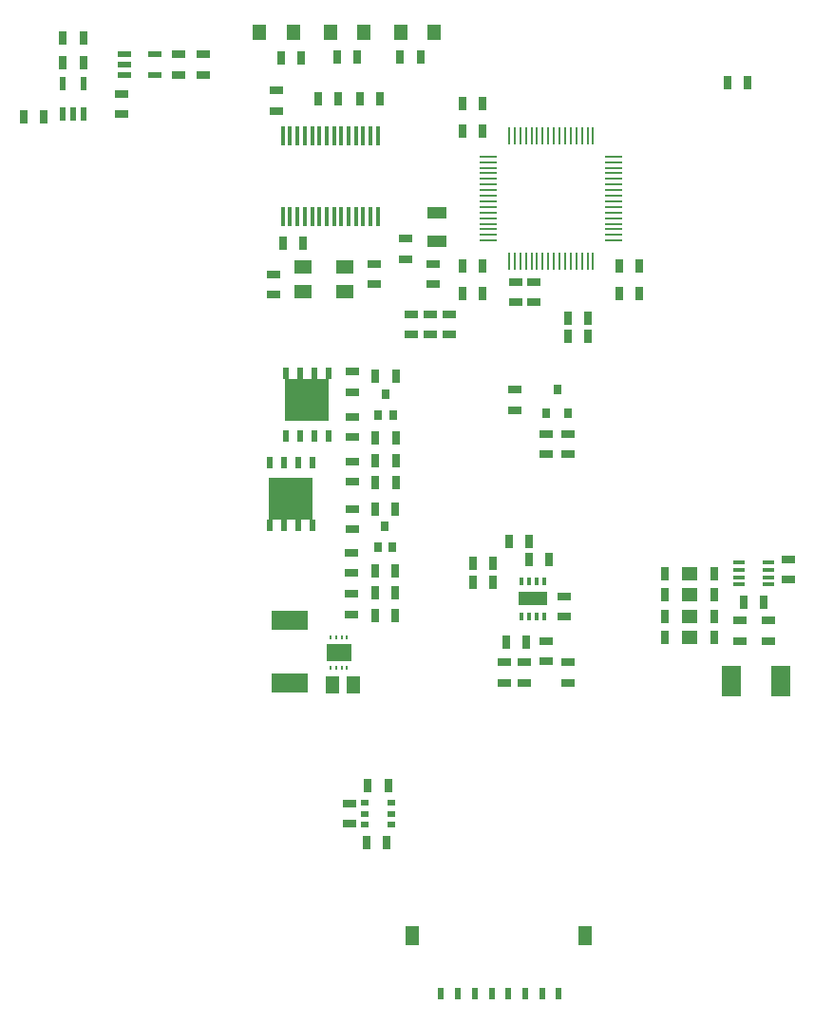
<source format=gtp>
G75*
%MOIN*%
%OFA0B0*%
%FSLAX25Y25*%
%IPPOS*%
%LPD*%
%AMOC8*
5,1,8,0,0,1.08239X$1,22.5*
%
%ADD10R,0.05118X0.05906*%
%ADD11R,0.00787X0.01575*%
%ADD12R,0.08760X0.05906*%
%ADD13R,0.04724X0.02362*%
%ADD14R,0.04724X0.03150*%
%ADD15R,0.02362X0.04724*%
%ADD16R,0.03150X0.04724*%
%ADD17R,0.12598X0.07087*%
%ADD18R,0.03937X0.01772*%
%ADD19R,0.01575X0.02756*%
%ADD20R,0.10000X0.05000*%
%ADD21R,0.03150X0.03543*%
%ADD22R,0.07087X0.10630*%
%ADD23R,0.02756X0.03543*%
%ADD24R,0.02402X0.04016*%
%ADD25R,0.15394X0.15000*%
%ADD26R,0.00984X0.06102*%
%ADD27R,0.06102X0.00984*%
%ADD28R,0.01575X0.06890*%
%ADD29R,0.07087X0.03937*%
%ADD30R,0.06299X0.04921*%
%ADD31R,0.03937X0.00984*%
%ADD32R,0.00984X0.03937*%
%ADD33R,0.02756X0.02000*%
%ADD34R,0.02362X0.03937*%
%ADD35R,0.04921X0.07087*%
%ADD36R,0.04724X0.05512*%
D10*
X0142502Y0115101D03*
X0149983Y0115101D03*
D11*
X0147739Y0121085D03*
X0145770Y0121085D03*
X0143802Y0121085D03*
X0141833Y0121085D03*
X0141833Y0131715D03*
X0143802Y0131715D03*
X0145770Y0131715D03*
X0147739Y0131715D03*
D12*
X0144835Y0126400D03*
D13*
X0080120Y0329146D03*
X0080120Y0336626D03*
X0069491Y0336626D03*
X0069491Y0332886D03*
X0069491Y0329146D03*
D14*
X0068556Y0322680D03*
X0068556Y0315593D03*
X0088556Y0329343D03*
X0088556Y0336430D03*
X0097306Y0336430D03*
X0097306Y0329343D03*
X0122857Y0323762D03*
X0122857Y0316676D03*
X0168132Y0271754D03*
X0168132Y0264668D03*
X0177975Y0262896D03*
X0177975Y0255809D03*
X0176794Y0245298D03*
X0183487Y0245298D03*
X0183487Y0238211D03*
X0176794Y0238211D03*
X0170101Y0238211D03*
X0170101Y0245298D03*
X0157306Y0255809D03*
X0157306Y0262896D03*
X0121872Y0259294D03*
X0121872Y0252207D03*
X0149431Y0225022D03*
X0149431Y0217935D03*
X0149431Y0209274D03*
X0149431Y0202187D03*
X0149431Y0193526D03*
X0149431Y0186439D03*
X0149431Y0176794D03*
X0149431Y0169707D03*
X0149235Y0161636D03*
X0149235Y0154550D03*
X0149235Y0147069D03*
X0149235Y0139983D03*
X0202975Y0123054D03*
X0202975Y0115967D03*
X0210061Y0115967D03*
X0210061Y0123054D03*
X0217739Y0123447D03*
X0217739Y0130534D03*
X0223841Y0139195D03*
X0223841Y0146282D03*
X0225219Y0123054D03*
X0225219Y0115967D03*
X0285455Y0130652D03*
X0285455Y0137739D03*
X0295455Y0137739D03*
X0295455Y0130652D03*
X0302455Y0152152D03*
X0302455Y0159239D03*
X0225219Y0196085D03*
X0225219Y0203172D03*
X0217739Y0203172D03*
X0217739Y0196085D03*
X0206518Y0211636D03*
X0206518Y0218723D03*
X0206912Y0249431D03*
X0213211Y0249431D03*
X0213211Y0256518D03*
X0206912Y0256518D03*
X0148605Y0073526D03*
X0148605Y0066439D03*
D15*
X0055327Y0315554D03*
X0051587Y0315554D03*
X0047847Y0315554D03*
X0047847Y0326183D03*
X0055327Y0326183D03*
D16*
X0055130Y0333369D03*
X0048044Y0333369D03*
X0048044Y0342119D03*
X0055130Y0342119D03*
X0041380Y0314619D03*
X0034294Y0314619D03*
X0124431Y0335061D03*
X0131518Y0335061D03*
X0144313Y0335455D03*
X0151400Y0335455D03*
X0152207Y0320790D03*
X0159294Y0320790D03*
X0144687Y0320790D03*
X0137601Y0320790D03*
X0166361Y0335455D03*
X0173447Y0335455D03*
X0188290Y0319313D03*
X0195376Y0319313D03*
X0195376Y0309471D03*
X0188290Y0309471D03*
X0188290Y0262227D03*
X0195376Y0262227D03*
X0195376Y0252384D03*
X0188290Y0252384D03*
X0164786Y0223447D03*
X0157699Y0223447D03*
X0157699Y0201794D03*
X0164786Y0201794D03*
X0164786Y0193920D03*
X0157699Y0193920D03*
X0157699Y0186046D03*
X0164786Y0186046D03*
X0164589Y0176991D03*
X0157502Y0176991D03*
X0157502Y0155337D03*
X0164589Y0155337D03*
X0164589Y0147463D03*
X0157502Y0147463D03*
X0157502Y0139589D03*
X0164589Y0139589D03*
X0191951Y0151203D03*
X0191951Y0157699D03*
X0199038Y0157699D03*
X0199038Y0151203D03*
X0211636Y0159077D03*
X0211636Y0165573D03*
X0204550Y0165573D03*
X0218723Y0159077D03*
X0210652Y0130337D03*
X0203565Y0130337D03*
X0162148Y0079983D03*
X0155061Y0079983D03*
X0154561Y0059983D03*
X0161648Y0059983D03*
X0259412Y0131695D03*
X0266498Y0131695D03*
X0269412Y0131695D03*
X0276498Y0131695D03*
X0276498Y0139195D03*
X0269412Y0139195D03*
X0266498Y0139195D03*
X0259412Y0139195D03*
X0259412Y0146695D03*
X0266498Y0146695D03*
X0269412Y0146695D03*
X0276498Y0146695D03*
X0276498Y0154195D03*
X0269412Y0154195D03*
X0266498Y0154195D03*
X0259412Y0154195D03*
X0286912Y0144195D03*
X0293998Y0144195D03*
X0232306Y0237620D03*
X0232306Y0243920D03*
X0225219Y0243920D03*
X0225219Y0237620D03*
X0243250Y0252384D03*
X0250337Y0252384D03*
X0250337Y0262227D03*
X0243250Y0262227D03*
X0281321Y0326400D03*
X0288408Y0326400D03*
X0132286Y0270199D03*
X0125199Y0270199D03*
D17*
X0127542Y0115928D03*
X0127542Y0137975D03*
D18*
X0285337Y0150357D03*
X0285337Y0152916D03*
X0285337Y0155475D03*
X0285337Y0158034D03*
X0295573Y0158034D03*
X0295573Y0155475D03*
X0295573Y0152916D03*
X0295573Y0150357D03*
D19*
X0216754Y0151597D03*
X0214195Y0151597D03*
X0211636Y0151597D03*
X0209077Y0151597D03*
X0209077Y0139195D03*
X0211636Y0139195D03*
X0214195Y0139195D03*
X0216754Y0139195D03*
D20*
X0213014Y0145494D03*
D21*
X0217739Y0210455D03*
X0225219Y0210455D03*
X0221479Y0218723D03*
D22*
X0282502Y0116361D03*
X0299825Y0116361D03*
D23*
X0163605Y0163408D03*
X0158487Y0163408D03*
X0161046Y0170888D03*
X0158683Y0209865D03*
X0163802Y0209865D03*
X0161243Y0217345D03*
D24*
X0141183Y0224609D03*
X0136183Y0224609D03*
X0131183Y0224609D03*
X0126183Y0224609D03*
X0126183Y0202601D03*
X0131183Y0202601D03*
X0136183Y0202601D03*
X0141183Y0202601D03*
X0135475Y0193309D03*
X0130475Y0193309D03*
X0125475Y0193309D03*
X0120475Y0193309D03*
X0120475Y0171302D03*
X0125475Y0171302D03*
X0130475Y0171302D03*
X0135475Y0171302D03*
D25*
X0127975Y0180573D03*
X0133683Y0215337D03*
D26*
X0204550Y0263802D03*
X0206518Y0263802D03*
X0208487Y0263802D03*
X0210455Y0263802D03*
X0212424Y0263802D03*
X0214392Y0263802D03*
X0216361Y0263802D03*
X0218329Y0263802D03*
X0220298Y0263802D03*
X0222266Y0263802D03*
X0224235Y0263802D03*
X0226203Y0263802D03*
X0228172Y0263802D03*
X0230140Y0263802D03*
X0232109Y0263802D03*
X0234077Y0263802D03*
X0234077Y0307896D03*
X0232109Y0307896D03*
X0230140Y0307896D03*
X0228172Y0307896D03*
X0226203Y0307896D03*
X0224235Y0307896D03*
X0222266Y0307896D03*
X0220298Y0307896D03*
X0218329Y0307896D03*
X0216361Y0307896D03*
X0214392Y0307896D03*
X0212424Y0307896D03*
X0210455Y0307896D03*
X0208487Y0307896D03*
X0206518Y0307896D03*
X0204550Y0307896D03*
D27*
X0197266Y0300613D03*
X0197266Y0298644D03*
X0197266Y0296676D03*
X0197266Y0294707D03*
X0197266Y0292739D03*
X0197266Y0290770D03*
X0197266Y0288802D03*
X0197266Y0286833D03*
X0197266Y0284865D03*
X0197266Y0282896D03*
X0197266Y0280928D03*
X0197266Y0278959D03*
X0197266Y0276991D03*
X0197266Y0275022D03*
X0197266Y0273054D03*
X0197266Y0271085D03*
X0241361Y0271085D03*
X0241361Y0273054D03*
X0241361Y0275022D03*
X0241361Y0276991D03*
X0241361Y0278959D03*
X0241361Y0280928D03*
X0241361Y0282896D03*
X0241361Y0284865D03*
X0241361Y0286833D03*
X0241361Y0288802D03*
X0241361Y0290770D03*
X0241361Y0292739D03*
X0241361Y0294707D03*
X0241361Y0296676D03*
X0241361Y0298644D03*
X0241361Y0300613D03*
D28*
X0158447Y0307896D03*
X0155888Y0307896D03*
X0153329Y0307896D03*
X0150770Y0307896D03*
X0148211Y0307896D03*
X0145652Y0307896D03*
X0143093Y0307896D03*
X0140534Y0307896D03*
X0137975Y0307896D03*
X0135416Y0307896D03*
X0132857Y0307896D03*
X0130298Y0307896D03*
X0127739Y0307896D03*
X0125180Y0307896D03*
X0125180Y0279550D03*
X0127739Y0279550D03*
X0130298Y0279550D03*
X0132857Y0279550D03*
X0135416Y0279550D03*
X0137975Y0279550D03*
X0140534Y0279550D03*
X0143093Y0279550D03*
X0145652Y0279550D03*
X0148211Y0279550D03*
X0150770Y0279550D03*
X0153329Y0279550D03*
X0155888Y0279550D03*
X0158447Y0279550D03*
D29*
X0179313Y0280770D03*
X0179313Y0270928D03*
D30*
X0146951Y0261715D03*
X0146951Y0253054D03*
X0132384Y0253054D03*
X0132384Y0261715D03*
D31*
X0122857Y0315967D03*
D32*
X0145002Y0320790D03*
X0196146Y0319318D03*
X0132601Y0270199D03*
X0196069Y0252454D03*
X0242787Y0252254D03*
D33*
X0163180Y0073920D03*
X0163180Y0069983D03*
X0163180Y0066046D03*
X0154030Y0066046D03*
X0154030Y0069983D03*
X0154030Y0073920D03*
D34*
X0180731Y0006715D03*
X0186636Y0006715D03*
X0192542Y0006715D03*
X0198447Y0006715D03*
X0204353Y0006715D03*
X0210258Y0006715D03*
X0216164Y0006715D03*
X0222069Y0006715D03*
D35*
X0231144Y0027187D03*
X0170475Y0027187D03*
D36*
X0166557Y0344313D03*
X0178369Y0344313D03*
X0153565Y0344313D03*
X0141754Y0344313D03*
X0128762Y0344313D03*
X0116951Y0344313D03*
M02*

</source>
